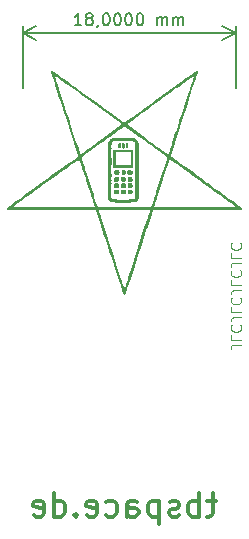
<source format=gbr>
%TF.GenerationSoftware,KiCad,Pcbnew,(6.0.9)*%
%TF.CreationDate,2022-12-23T14:19:27+01:00*%
%TF.ProjectId,Gigaset-Debug-Adapter,47696761-7365-4742-9d44-656275672d41,rev?*%
%TF.SameCoordinates,Original*%
%TF.FileFunction,Legend,Bot*%
%TF.FilePolarity,Positive*%
%FSLAX46Y46*%
G04 Gerber Fmt 4.6, Leading zero omitted, Abs format (unit mm)*
G04 Created by KiCad (PCBNEW (6.0.9)) date 2022-12-23 14:19:27*
%MOMM*%
%LPD*%
G01*
G04 APERTURE LIST*
%ADD10C,0.120000*%
%ADD11C,0.300000*%
%ADD12C,0.150000*%
G04 APERTURE END LIST*
D10*
X91082857Y-66357142D02*
X90440000Y-66357142D01*
X90311428Y-66400000D01*
X90225714Y-66485714D01*
X90182857Y-66614285D01*
X90182857Y-66700000D01*
X90182857Y-65500000D02*
X90182857Y-65928571D01*
X91082857Y-65928571D01*
X90268571Y-64685714D02*
X90225714Y-64728571D01*
X90182857Y-64857142D01*
X90182857Y-64942857D01*
X90225714Y-65071428D01*
X90311428Y-65157142D01*
X90397142Y-65200000D01*
X90568571Y-65242857D01*
X90697142Y-65242857D01*
X90868571Y-65200000D01*
X90954285Y-65157142D01*
X91040000Y-65071428D01*
X91082857Y-64942857D01*
X91082857Y-64857142D01*
X91040000Y-64728571D01*
X90997142Y-64685714D01*
X91082857Y-64042857D02*
X90440000Y-64042857D01*
X90311428Y-64085714D01*
X90225714Y-64171428D01*
X90182857Y-64300000D01*
X90182857Y-64385714D01*
X90182857Y-63185714D02*
X90182857Y-63614285D01*
X91082857Y-63614285D01*
X90268571Y-62371428D02*
X90225714Y-62414285D01*
X90182857Y-62542857D01*
X90182857Y-62628571D01*
X90225714Y-62757142D01*
X90311428Y-62842857D01*
X90397142Y-62885714D01*
X90568571Y-62928571D01*
X90697142Y-62928571D01*
X90868571Y-62885714D01*
X90954285Y-62842857D01*
X91040000Y-62757142D01*
X91082857Y-62628571D01*
X91082857Y-62542857D01*
X91040000Y-62414285D01*
X90997142Y-62371428D01*
X91082857Y-61728571D02*
X90440000Y-61728571D01*
X90311428Y-61771428D01*
X90225714Y-61857142D01*
X90182857Y-61985714D01*
X90182857Y-62071428D01*
X90182857Y-60871428D02*
X90182857Y-61300000D01*
X91082857Y-61300000D01*
X90268571Y-60057142D02*
X90225714Y-60100000D01*
X90182857Y-60228571D01*
X90182857Y-60314285D01*
X90225714Y-60442857D01*
X90311428Y-60528571D01*
X90397142Y-60571428D01*
X90568571Y-60614285D01*
X90697142Y-60614285D01*
X90868571Y-60571428D01*
X90954285Y-60528571D01*
X91040000Y-60442857D01*
X91082857Y-60314285D01*
X91082857Y-60228571D01*
X91040000Y-60100000D01*
X90997142Y-60057142D01*
X91082857Y-59414285D02*
X90440000Y-59414285D01*
X90311428Y-59457142D01*
X90225714Y-59542857D01*
X90182857Y-59671428D01*
X90182857Y-59757142D01*
X90182857Y-58557142D02*
X90182857Y-58985714D01*
X91082857Y-58985714D01*
X90268571Y-57742857D02*
X90225714Y-57785714D01*
X90182857Y-57914285D01*
X90182857Y-58000000D01*
X90225714Y-58128571D01*
X90311428Y-58214285D01*
X90397142Y-58257142D01*
X90568571Y-58300000D01*
X90697142Y-58300000D01*
X90868571Y-58257142D01*
X90954285Y-58214285D01*
X91040000Y-58128571D01*
X91082857Y-58000000D01*
X91082857Y-57914285D01*
X91040000Y-57785714D01*
X90997142Y-57742857D01*
D11*
X88957142Y-79571428D02*
X88195238Y-79571428D01*
X88671428Y-78904761D02*
X88671428Y-80619047D01*
X88576190Y-80809523D01*
X88385714Y-80904761D01*
X88195238Y-80904761D01*
X87528571Y-80904761D02*
X87528571Y-78904761D01*
X87528571Y-79666666D02*
X87338095Y-79571428D01*
X86957142Y-79571428D01*
X86766666Y-79666666D01*
X86671428Y-79761904D01*
X86576190Y-79952380D01*
X86576190Y-80523809D01*
X86671428Y-80714285D01*
X86766666Y-80809523D01*
X86957142Y-80904761D01*
X87338095Y-80904761D01*
X87528571Y-80809523D01*
X85814285Y-80809523D02*
X85623809Y-80904761D01*
X85242857Y-80904761D01*
X85052380Y-80809523D01*
X84957142Y-80619047D01*
X84957142Y-80523809D01*
X85052380Y-80333333D01*
X85242857Y-80238095D01*
X85528571Y-80238095D01*
X85719047Y-80142857D01*
X85814285Y-79952380D01*
X85814285Y-79857142D01*
X85719047Y-79666666D01*
X85528571Y-79571428D01*
X85242857Y-79571428D01*
X85052380Y-79666666D01*
X84100000Y-79571428D02*
X84100000Y-81571428D01*
X84100000Y-79666666D02*
X83909523Y-79571428D01*
X83528571Y-79571428D01*
X83338095Y-79666666D01*
X83242857Y-79761904D01*
X83147619Y-79952380D01*
X83147619Y-80523809D01*
X83242857Y-80714285D01*
X83338095Y-80809523D01*
X83528571Y-80904761D01*
X83909523Y-80904761D01*
X84100000Y-80809523D01*
X81433333Y-80904761D02*
X81433333Y-79857142D01*
X81528571Y-79666666D01*
X81719047Y-79571428D01*
X82100000Y-79571428D01*
X82290476Y-79666666D01*
X81433333Y-80809523D02*
X81623809Y-80904761D01*
X82100000Y-80904761D01*
X82290476Y-80809523D01*
X82385714Y-80619047D01*
X82385714Y-80428571D01*
X82290476Y-80238095D01*
X82100000Y-80142857D01*
X81623809Y-80142857D01*
X81433333Y-80047619D01*
X79623809Y-80809523D02*
X79814285Y-80904761D01*
X80195238Y-80904761D01*
X80385714Y-80809523D01*
X80480952Y-80714285D01*
X80576190Y-80523809D01*
X80576190Y-79952380D01*
X80480952Y-79761904D01*
X80385714Y-79666666D01*
X80195238Y-79571428D01*
X79814285Y-79571428D01*
X79623809Y-79666666D01*
X78004761Y-80809523D02*
X78195238Y-80904761D01*
X78576190Y-80904761D01*
X78766666Y-80809523D01*
X78861904Y-80619047D01*
X78861904Y-79857142D01*
X78766666Y-79666666D01*
X78576190Y-79571428D01*
X78195238Y-79571428D01*
X78004761Y-79666666D01*
X77909523Y-79857142D01*
X77909523Y-80047619D01*
X78861904Y-80238095D01*
X77052380Y-80714285D02*
X76957142Y-80809523D01*
X77052380Y-80904761D01*
X77147619Y-80809523D01*
X77052380Y-80714285D01*
X77052380Y-80904761D01*
X75242857Y-80904761D02*
X75242857Y-78904761D01*
X75242857Y-80809523D02*
X75433333Y-80904761D01*
X75814285Y-80904761D01*
X76004761Y-80809523D01*
X76100000Y-80714285D01*
X76195238Y-80523809D01*
X76195238Y-79952380D01*
X76100000Y-79761904D01*
X76004761Y-79666666D01*
X75814285Y-79571428D01*
X75433333Y-79571428D01*
X75242857Y-79666666D01*
X73528571Y-80809523D02*
X73719047Y-80904761D01*
X74100000Y-80904761D01*
X74290476Y-80809523D01*
X74385714Y-80619047D01*
X74385714Y-79857142D01*
X74290476Y-79666666D01*
X74100000Y-79571428D01*
X73719047Y-79571428D01*
X73528571Y-79666666D01*
X73433333Y-79857142D01*
X73433333Y-80047619D01*
X74385714Y-80238095D01*
D12*
X77552380Y-39302381D02*
X76980952Y-39302381D01*
X77266666Y-39302381D02*
X77266666Y-38302381D01*
X77171428Y-38445239D01*
X77076190Y-38540477D01*
X76980952Y-38588096D01*
X78123809Y-38730953D02*
X78028571Y-38683334D01*
X77980952Y-38635715D01*
X77933333Y-38540477D01*
X77933333Y-38492858D01*
X77980952Y-38397620D01*
X78028571Y-38350001D01*
X78123809Y-38302381D01*
X78314285Y-38302381D01*
X78409523Y-38350001D01*
X78457142Y-38397620D01*
X78504761Y-38492858D01*
X78504761Y-38540477D01*
X78457142Y-38635715D01*
X78409523Y-38683334D01*
X78314285Y-38730953D01*
X78123809Y-38730953D01*
X78028571Y-38778572D01*
X77980952Y-38826191D01*
X77933333Y-38921429D01*
X77933333Y-39111905D01*
X77980952Y-39207143D01*
X78028571Y-39254762D01*
X78123809Y-39302381D01*
X78314285Y-39302381D01*
X78409523Y-39254762D01*
X78457142Y-39207143D01*
X78504761Y-39111905D01*
X78504761Y-38921429D01*
X78457142Y-38826191D01*
X78409523Y-38778572D01*
X78314285Y-38730953D01*
X78980952Y-39254762D02*
X78980952Y-39302381D01*
X78933333Y-39397620D01*
X78885714Y-39445239D01*
X79600000Y-38302381D02*
X79695238Y-38302381D01*
X79790476Y-38350001D01*
X79838095Y-38397620D01*
X79885714Y-38492858D01*
X79933333Y-38683334D01*
X79933333Y-38921429D01*
X79885714Y-39111905D01*
X79838095Y-39207143D01*
X79790476Y-39254762D01*
X79695238Y-39302381D01*
X79600000Y-39302381D01*
X79504761Y-39254762D01*
X79457142Y-39207143D01*
X79409523Y-39111905D01*
X79361904Y-38921429D01*
X79361904Y-38683334D01*
X79409523Y-38492858D01*
X79457142Y-38397620D01*
X79504761Y-38350001D01*
X79600000Y-38302381D01*
X80552380Y-38302381D02*
X80647619Y-38302381D01*
X80742857Y-38350001D01*
X80790476Y-38397620D01*
X80838095Y-38492858D01*
X80885714Y-38683334D01*
X80885714Y-38921429D01*
X80838095Y-39111905D01*
X80790476Y-39207143D01*
X80742857Y-39254762D01*
X80647619Y-39302381D01*
X80552380Y-39302381D01*
X80457142Y-39254762D01*
X80409523Y-39207143D01*
X80361904Y-39111905D01*
X80314285Y-38921429D01*
X80314285Y-38683334D01*
X80361904Y-38492858D01*
X80409523Y-38397620D01*
X80457142Y-38350001D01*
X80552380Y-38302381D01*
X81504761Y-38302381D02*
X81600000Y-38302381D01*
X81695238Y-38350001D01*
X81742857Y-38397620D01*
X81790476Y-38492858D01*
X81838095Y-38683334D01*
X81838095Y-38921429D01*
X81790476Y-39111905D01*
X81742857Y-39207143D01*
X81695238Y-39254762D01*
X81600000Y-39302381D01*
X81504761Y-39302381D01*
X81409523Y-39254762D01*
X81361904Y-39207143D01*
X81314285Y-39111905D01*
X81266666Y-38921429D01*
X81266666Y-38683334D01*
X81314285Y-38492858D01*
X81361904Y-38397620D01*
X81409523Y-38350001D01*
X81504761Y-38302381D01*
X82457142Y-38302381D02*
X82552380Y-38302381D01*
X82647619Y-38350001D01*
X82695238Y-38397620D01*
X82742857Y-38492858D01*
X82790476Y-38683334D01*
X82790476Y-38921429D01*
X82742857Y-39111905D01*
X82695238Y-39207143D01*
X82647619Y-39254762D01*
X82552380Y-39302381D01*
X82457142Y-39302381D01*
X82361904Y-39254762D01*
X82314285Y-39207143D01*
X82266666Y-39111905D01*
X82219047Y-38921429D01*
X82219047Y-38683334D01*
X82266666Y-38492858D01*
X82314285Y-38397620D01*
X82361904Y-38350001D01*
X82457142Y-38302381D01*
X83980952Y-39302381D02*
X83980952Y-38635715D01*
X83980952Y-38730953D02*
X84028571Y-38683334D01*
X84123809Y-38635715D01*
X84266666Y-38635715D01*
X84361904Y-38683334D01*
X84409523Y-38778572D01*
X84409523Y-39302381D01*
X84409523Y-38778572D02*
X84457142Y-38683334D01*
X84552380Y-38635715D01*
X84695238Y-38635715D01*
X84790476Y-38683334D01*
X84838095Y-38778572D01*
X84838095Y-39302381D01*
X85314285Y-39302381D02*
X85314285Y-38635715D01*
X85314285Y-38730953D02*
X85361904Y-38683334D01*
X85457142Y-38635715D01*
X85600000Y-38635715D01*
X85695238Y-38683334D01*
X85742857Y-38778572D01*
X85742857Y-39302381D01*
X85742857Y-38778572D02*
X85790476Y-38683334D01*
X85885714Y-38635715D01*
X86028571Y-38635715D01*
X86123809Y-38683334D01*
X86171428Y-38778572D01*
X86171428Y-39302381D01*
X90600000Y-44600000D02*
X90600000Y-39413581D01*
X72600000Y-44600000D02*
X72600000Y-39413581D01*
X90600000Y-40000001D02*
X72600000Y-40000001D01*
X90600000Y-40000001D02*
X72600000Y-40000001D01*
X90600000Y-40000001D02*
X89473496Y-39413580D01*
X90600000Y-40000001D02*
X89473496Y-40586422D01*
X72600000Y-40000001D02*
X73726504Y-40586422D01*
X72600000Y-40000001D02*
X73726504Y-39413580D01*
%TO.C,G\u002A\u002A\u002A*%
G36*
X81666667Y-53244022D02*
G01*
X81720843Y-53244956D01*
X81788025Y-53246747D01*
X81837918Y-53248845D01*
X81862500Y-53250966D01*
X81864993Y-53252324D01*
X81874394Y-53276139D01*
X81880656Y-53322345D01*
X81883746Y-53382095D01*
X81883632Y-53446543D01*
X81880280Y-53506841D01*
X81873657Y-53554143D01*
X81863730Y-53579603D01*
X81848217Y-53589911D01*
X81822064Y-53580896D01*
X81806713Y-53571176D01*
X81800000Y-53581292D01*
X81799200Y-53585201D01*
X81780314Y-53596772D01*
X81747080Y-53599429D01*
X81713890Y-53593463D01*
X81695139Y-53579167D01*
X81685196Y-53566691D01*
X81665417Y-53579167D01*
X81639220Y-53592897D01*
X81596667Y-53600000D01*
X81564097Y-53594209D01*
X81548685Y-53579167D01*
X81546521Y-53567032D01*
X81539012Y-53579018D01*
X81527792Y-53590115D01*
X81506362Y-53575409D01*
X81497197Y-53561783D01*
X81489035Y-53529535D01*
X81485815Y-53476456D01*
X81486868Y-53396391D01*
X81491667Y-53241667D01*
X81666667Y-53244022D01*
G37*
G36*
X80564016Y-52700748D02*
G01*
X80623508Y-52703866D01*
X80671889Y-52709373D01*
X80701096Y-52717253D01*
X80710771Y-52723550D01*
X80722568Y-52739599D01*
X80729405Y-52768226D01*
X80732565Y-52816343D01*
X80733334Y-52890864D01*
X80733192Y-52917845D01*
X80730338Y-52992670D01*
X80723555Y-53037823D01*
X80712500Y-53056016D01*
X80699018Y-53058526D01*
X80656461Y-53061524D01*
X80594194Y-53063371D01*
X80520350Y-53063738D01*
X80436425Y-53062332D01*
X80378635Y-53056284D01*
X80343269Y-53041023D01*
X80324821Y-53011965D01*
X80317788Y-52964527D01*
X80316667Y-52894125D01*
X80318692Y-52818245D01*
X80325889Y-52767875D01*
X80339583Y-52741169D01*
X80361101Y-52733333D01*
X80371567Y-52731213D01*
X80375000Y-52716667D01*
X80376201Y-52712448D01*
X80399506Y-52705868D01*
X80443952Y-52701735D01*
X80501476Y-52700033D01*
X80564016Y-52700748D01*
G37*
G36*
X85264917Y-50507177D02*
G01*
X85338894Y-50560782D01*
X85435923Y-50631090D01*
X85554734Y-50717181D01*
X85694055Y-50818133D01*
X85852615Y-50933025D01*
X86029143Y-51060936D01*
X86222367Y-51200945D01*
X86431016Y-51352131D01*
X86653818Y-51513572D01*
X86889503Y-51684347D01*
X87136799Y-51863535D01*
X87394435Y-52050215D01*
X87661139Y-52243466D01*
X87935640Y-52442367D01*
X88216667Y-52645995D01*
X88269059Y-52683958D01*
X88596899Y-52921517D01*
X88898962Y-53140430D01*
X89176304Y-53341482D01*
X89429983Y-53525459D01*
X89661055Y-53693147D01*
X89870579Y-53845333D01*
X90059612Y-53982801D01*
X90229210Y-54106339D01*
X90380431Y-54216732D01*
X90514332Y-54314766D01*
X90631971Y-54401227D01*
X90734404Y-54476902D01*
X90822689Y-54542575D01*
X90897883Y-54599033D01*
X90961044Y-54647062D01*
X91013227Y-54687448D01*
X91053005Y-54719004D01*
X91055492Y-54720977D01*
X91088895Y-54748435D01*
X91114492Y-54770608D01*
X91133342Y-54788281D01*
X91146502Y-54802242D01*
X91155029Y-54813275D01*
X91159980Y-54822167D01*
X91162412Y-54829704D01*
X91163383Y-54836671D01*
X91161687Y-54880336D01*
X91141359Y-54922927D01*
X91138265Y-54925103D01*
X91130401Y-54927959D01*
X91117273Y-54930590D01*
X91097606Y-54933004D01*
X91070123Y-54935212D01*
X91033549Y-54937222D01*
X90986607Y-54939043D01*
X90928022Y-54940684D01*
X90856519Y-54942155D01*
X90770820Y-54943465D01*
X90669650Y-54944623D01*
X90551734Y-54945638D01*
X90415795Y-54946519D01*
X90260557Y-54947276D01*
X90084745Y-54947917D01*
X89887083Y-54948452D01*
X89666294Y-54948889D01*
X89421103Y-54949239D01*
X89150235Y-54949509D01*
X88852412Y-54949710D01*
X88526360Y-54949851D01*
X88170802Y-54949940D01*
X87784463Y-54949986D01*
X87366066Y-54950000D01*
X83617845Y-54950000D01*
X83613794Y-54962500D01*
X83519261Y-55254167D01*
X83488504Y-55349034D01*
X83409760Y-55591699D01*
X83326394Y-55848322D01*
X83238940Y-56117273D01*
X83147932Y-56396922D01*
X83053904Y-56685638D01*
X82957389Y-56981791D01*
X82858922Y-57283749D01*
X82759036Y-57589884D01*
X82658265Y-57898564D01*
X82557143Y-58208159D01*
X82456203Y-58517039D01*
X82355981Y-58823572D01*
X82257008Y-59126130D01*
X82159820Y-59423080D01*
X82064951Y-59712794D01*
X81972933Y-59993639D01*
X81884301Y-60263987D01*
X81799588Y-60522206D01*
X81719330Y-60766666D01*
X81644058Y-60995737D01*
X81574308Y-61207788D01*
X81510613Y-61401189D01*
X81453507Y-61574310D01*
X81403523Y-61725519D01*
X81361196Y-61853186D01*
X81327059Y-61955682D01*
X81301647Y-62031375D01*
X81285493Y-62078636D01*
X81279131Y-62095833D01*
X81276220Y-62098733D01*
X81245301Y-62111487D01*
X81200000Y-62116667D01*
X81191129Y-62116464D01*
X81147319Y-62109543D01*
X81120870Y-62095833D01*
X81119485Y-62092536D01*
X81109053Y-62062844D01*
X81089047Y-62003755D01*
X81060001Y-61916901D01*
X81022450Y-61803911D01*
X80976926Y-61666416D01*
X80923964Y-61506046D01*
X80864098Y-61324433D01*
X80797862Y-61123205D01*
X80725788Y-60903995D01*
X80648412Y-60668432D01*
X80566267Y-60418146D01*
X80479887Y-60154768D01*
X80389805Y-59879929D01*
X80296556Y-59595259D01*
X80200673Y-59302388D01*
X80102691Y-59002946D01*
X80003143Y-58698565D01*
X79902562Y-58390875D01*
X79801484Y-58081506D01*
X79700441Y-57772088D01*
X79599967Y-57464252D01*
X79500597Y-57159629D01*
X79402864Y-56859848D01*
X79307302Y-56566540D01*
X79214444Y-56281337D01*
X79124826Y-56005867D01*
X79038980Y-55741762D01*
X78957440Y-55490651D01*
X78880740Y-55254167D01*
X78786207Y-54962500D01*
X79016316Y-54962500D01*
X79020021Y-54974994D01*
X79033545Y-55017767D01*
X79056522Y-55089503D01*
X79088477Y-55188734D01*
X79128931Y-55313990D01*
X79177409Y-55463803D01*
X79233434Y-55636704D01*
X79296528Y-55831223D01*
X79366214Y-56045892D01*
X79442016Y-56279242D01*
X79523458Y-56529804D01*
X79610061Y-56796109D01*
X79701349Y-57076688D01*
X79796846Y-57370071D01*
X79896073Y-57674791D01*
X79998556Y-57989378D01*
X80103816Y-58312363D01*
X80194559Y-58590660D01*
X80297537Y-58906261D01*
X80397404Y-59212098D01*
X80493681Y-59506709D01*
X80585887Y-59788630D01*
X80673541Y-60056401D01*
X80756164Y-60308559D01*
X80833276Y-60543641D01*
X80904395Y-60760185D01*
X80969042Y-60956730D01*
X81026736Y-61131813D01*
X81076997Y-61283972D01*
X81119345Y-61411744D01*
X81153300Y-61513668D01*
X81178381Y-61588281D01*
X81194108Y-61634121D01*
X81200000Y-61649726D01*
X81201719Y-61645560D01*
X81212568Y-61614372D01*
X81232847Y-61554186D01*
X81261973Y-61466783D01*
X81299365Y-61353945D01*
X81344442Y-61217455D01*
X81396620Y-61059094D01*
X81455319Y-60880644D01*
X81519956Y-60683887D01*
X81589949Y-60470605D01*
X81664717Y-60242580D01*
X81743678Y-60001594D01*
X81826250Y-59749428D01*
X81911850Y-59487865D01*
X81999898Y-59218686D01*
X82089811Y-58943673D01*
X82181007Y-58664609D01*
X82272905Y-58383275D01*
X82364923Y-58101453D01*
X82456478Y-57820925D01*
X82546989Y-57543473D01*
X82635874Y-57270879D01*
X82722551Y-57004925D01*
X82806439Y-56747392D01*
X82886955Y-56500063D01*
X82963517Y-56264719D01*
X83035544Y-56043142D01*
X83102454Y-55837115D01*
X83163664Y-55648419D01*
X83218594Y-55478836D01*
X83266661Y-55330148D01*
X83307283Y-55204137D01*
X83339878Y-55102585D01*
X83363865Y-55027273D01*
X83378661Y-54979984D01*
X83383685Y-54962500D01*
X83382198Y-54962039D01*
X83356248Y-54960526D01*
X83299497Y-54959070D01*
X83213893Y-54957682D01*
X83101388Y-54956373D01*
X82963931Y-54955154D01*
X82803472Y-54954037D01*
X82621961Y-54953033D01*
X82421348Y-54952153D01*
X82203583Y-54951408D01*
X81970615Y-54950808D01*
X81724396Y-54950367D01*
X81466874Y-54950093D01*
X81200000Y-54950000D01*
X81119539Y-54950008D01*
X80855250Y-54950157D01*
X80600896Y-54950481D01*
X80358425Y-54950971D01*
X80129788Y-54951615D01*
X79916934Y-54952402D01*
X79721815Y-54953320D01*
X79546379Y-54954359D01*
X79392576Y-54955508D01*
X79262357Y-54956754D01*
X79157672Y-54958088D01*
X79080470Y-54959498D01*
X79032701Y-54960972D01*
X79016316Y-54962500D01*
X78786207Y-54962500D01*
X78782156Y-54950000D01*
X75033935Y-54950000D01*
X74732626Y-54949993D01*
X74337190Y-54949957D01*
X73972903Y-54949881D01*
X73638489Y-54949757D01*
X73332671Y-54949574D01*
X73054175Y-54949324D01*
X72801724Y-54948998D01*
X72574043Y-54948587D01*
X72369855Y-54948081D01*
X72187884Y-54947472D01*
X72026855Y-54946749D01*
X71885492Y-54945905D01*
X71762519Y-54944930D01*
X71656660Y-54943814D01*
X71566638Y-54942549D01*
X71491180Y-54941125D01*
X71429007Y-54939533D01*
X71378845Y-54937765D01*
X71339417Y-54935810D01*
X71309449Y-54933660D01*
X71287662Y-54931306D01*
X71272783Y-54928739D01*
X71263535Y-54925949D01*
X71258642Y-54922927D01*
X71241854Y-54894237D01*
X71236618Y-54836192D01*
X71237520Y-54829305D01*
X71239798Y-54821767D01*
X71244507Y-54812952D01*
X71252715Y-54802066D01*
X71265489Y-54788314D01*
X71283898Y-54770902D01*
X71309010Y-54749035D01*
X71341893Y-54721919D01*
X71345933Y-54718708D01*
X71692500Y-54718708D01*
X71694782Y-54719354D01*
X71723321Y-54720840D01*
X71783316Y-54722270D01*
X71873450Y-54723639D01*
X71992405Y-54724941D01*
X72138864Y-54726170D01*
X72311509Y-54727321D01*
X72509022Y-54728389D01*
X72730087Y-54729368D01*
X72973385Y-54730252D01*
X73237599Y-54731037D01*
X73521412Y-54731715D01*
X73823505Y-54732283D01*
X74142561Y-54732734D01*
X74477263Y-54733063D01*
X74826293Y-54733265D01*
X75188334Y-54733333D01*
X75482653Y-54733289D01*
X75814612Y-54733133D01*
X76136301Y-54732868D01*
X76446181Y-54732499D01*
X76742716Y-54732034D01*
X77024368Y-54731476D01*
X77289600Y-54730832D01*
X77536873Y-54730107D01*
X77764651Y-54729306D01*
X77971396Y-54728435D01*
X78155570Y-54727499D01*
X78315636Y-54726504D01*
X78450056Y-54725456D01*
X78557293Y-54724359D01*
X78635809Y-54723219D01*
X78684067Y-54722042D01*
X78700529Y-54720833D01*
X78698372Y-54712604D01*
X78686966Y-54675321D01*
X78666416Y-54610177D01*
X78637472Y-54519463D01*
X78600879Y-54405470D01*
X78557384Y-54270490D01*
X78507735Y-54116813D01*
X78452678Y-53946730D01*
X78392961Y-53762534D01*
X78329329Y-53566514D01*
X78262531Y-53360963D01*
X78193314Y-53148171D01*
X78122424Y-52930429D01*
X78050607Y-52710029D01*
X77978612Y-52489261D01*
X77907186Y-52270418D01*
X77837074Y-52055789D01*
X77769024Y-51847667D01*
X77703784Y-51648342D01*
X77642099Y-51460106D01*
X77584718Y-51285249D01*
X77532387Y-51126063D01*
X77485852Y-50984840D01*
X77445862Y-50863869D01*
X77413162Y-50765443D01*
X77388500Y-50691852D01*
X77372624Y-50645388D01*
X77366279Y-50628341D01*
X77365576Y-50628570D01*
X77346303Y-50641143D01*
X77301862Y-50671938D01*
X77233777Y-50719857D01*
X77143573Y-50783800D01*
X77032774Y-50862669D01*
X76902904Y-50955365D01*
X76755488Y-51060789D01*
X76592049Y-51177842D01*
X76414112Y-51305426D01*
X76223201Y-51442440D01*
X76020841Y-51587787D01*
X75808556Y-51740367D01*
X75587870Y-51899082D01*
X75360307Y-52062833D01*
X75127392Y-52230520D01*
X74890649Y-52401046D01*
X74651603Y-52573310D01*
X74411776Y-52746215D01*
X74172695Y-52918660D01*
X73935883Y-53089549D01*
X73702864Y-53257780D01*
X73475162Y-53422257D01*
X73254303Y-53581878D01*
X73041810Y-53735547D01*
X72839207Y-53882164D01*
X72648019Y-54020629D01*
X72469771Y-54149845D01*
X72305985Y-54268712D01*
X72158187Y-54376131D01*
X72027902Y-54471004D01*
X71916652Y-54552231D01*
X71825963Y-54618714D01*
X71757358Y-54669354D01*
X71712363Y-54703051D01*
X71692500Y-54718708D01*
X71345933Y-54718708D01*
X71383616Y-54688759D01*
X71435247Y-54648761D01*
X71497854Y-54601130D01*
X71572504Y-54545073D01*
X71660267Y-54479794D01*
X71762211Y-54404498D01*
X71879403Y-54318393D01*
X72012912Y-54220682D01*
X72163806Y-54110572D01*
X72333153Y-53987269D01*
X72522021Y-53849977D01*
X72731479Y-53697903D01*
X72962595Y-53530251D01*
X73216437Y-53346228D01*
X73494073Y-53145038D01*
X73796572Y-52925888D01*
X74125000Y-52687983D01*
X74373133Y-52508247D01*
X74646975Y-52309884D01*
X74913614Y-52116737D01*
X75171729Y-51929760D01*
X75420002Y-51749910D01*
X75657112Y-51578142D01*
X75881740Y-51415414D01*
X76092567Y-51262680D01*
X76288274Y-51120896D01*
X76467540Y-50991019D01*
X76629047Y-50874004D01*
X76771475Y-50770807D01*
X76893505Y-50682384D01*
X76993816Y-50609692D01*
X77071091Y-50553685D01*
X77124008Y-50515320D01*
X77151249Y-50495552D01*
X77183207Y-50472322D01*
X77555456Y-50472322D01*
X77559425Y-50487461D01*
X77573080Y-50532341D01*
X77595798Y-50604927D01*
X77626925Y-50703196D01*
X77665805Y-50825120D01*
X77711780Y-50968675D01*
X77764196Y-51131834D01*
X77822396Y-51312571D01*
X77885725Y-51508861D01*
X77953526Y-51718677D01*
X78025143Y-51939995D01*
X78099921Y-52170788D01*
X78177203Y-52409030D01*
X78256333Y-52652695D01*
X78336656Y-52899759D01*
X78417515Y-53148194D01*
X78498255Y-53395975D01*
X78578219Y-53641076D01*
X78656752Y-53881472D01*
X78733197Y-54115136D01*
X78806899Y-54340043D01*
X78877201Y-54554167D01*
X78931981Y-54720833D01*
X78936090Y-54733333D01*
X83463911Y-54733333D01*
X83469158Y-54717370D01*
X83700000Y-54717370D01*
X83700721Y-54717783D01*
X83724149Y-54719701D01*
X83780204Y-54721504D01*
X83868301Y-54723190D01*
X83987853Y-54724756D01*
X84138276Y-54726200D01*
X84318984Y-54727520D01*
X84529393Y-54728711D01*
X84768918Y-54729773D01*
X85036973Y-54730702D01*
X85332972Y-54731495D01*
X85656332Y-54732149D01*
X86006467Y-54732663D01*
X86382791Y-54733034D01*
X86784719Y-54733258D01*
X87211667Y-54733333D01*
X87462440Y-54733298D01*
X87802159Y-54733137D01*
X88130435Y-54732851D01*
X88445807Y-54732445D01*
X88746818Y-54731925D01*
X89032007Y-54731297D01*
X89299915Y-54730568D01*
X89549083Y-54729744D01*
X89778051Y-54728829D01*
X89985361Y-54727831D01*
X90169552Y-54726755D01*
X90329167Y-54725608D01*
X90462744Y-54724395D01*
X90568826Y-54723122D01*
X90645952Y-54721795D01*
X90692663Y-54720420D01*
X90707500Y-54719004D01*
X90706101Y-54717847D01*
X90683661Y-54700967D01*
X90636211Y-54666045D01*
X90565282Y-54614189D01*
X90472402Y-54546503D01*
X90359102Y-54464094D01*
X90226911Y-54368067D01*
X90077358Y-54259528D01*
X89911974Y-54139583D01*
X89732287Y-54009338D01*
X89539827Y-53869897D01*
X89336124Y-53722368D01*
X89122707Y-53567855D01*
X88901106Y-53407465D01*
X88672850Y-53242303D01*
X88439469Y-53073475D01*
X88202492Y-52902086D01*
X87963449Y-52729243D01*
X87723870Y-52556051D01*
X87485283Y-52383616D01*
X87249220Y-52213043D01*
X87017208Y-52045439D01*
X86790778Y-51881908D01*
X86571459Y-51723558D01*
X86360781Y-51571492D01*
X86160273Y-51426818D01*
X85971464Y-51290641D01*
X85795886Y-51164067D01*
X85635066Y-51048201D01*
X85490534Y-50944149D01*
X85363820Y-50853018D01*
X85256454Y-50775911D01*
X85169965Y-50713936D01*
X85105883Y-50668199D01*
X85065736Y-50639804D01*
X85051056Y-50629857D01*
X85045242Y-50639397D01*
X85029042Y-50679424D01*
X85003100Y-50750098D01*
X84967625Y-50850800D01*
X84922826Y-50980911D01*
X84868910Y-51139813D01*
X84806087Y-51326887D01*
X84734564Y-51541516D01*
X84654551Y-51783080D01*
X84566255Y-52050962D01*
X84469885Y-52344543D01*
X84365650Y-52663204D01*
X84351650Y-52706075D01*
X84269945Y-52956417D01*
X84191258Y-53197749D01*
X84116201Y-53428180D01*
X84045387Y-53645823D01*
X83979429Y-53848786D01*
X83918937Y-54035182D01*
X83864525Y-54203122D01*
X83816804Y-54350715D01*
X83776388Y-54476073D01*
X83743886Y-54577307D01*
X83719913Y-54652527D01*
X83705081Y-54699845D01*
X83700000Y-54717370D01*
X83469158Y-54717370D01*
X83522800Y-54554167D01*
X83531434Y-54527825D01*
X83551429Y-54466682D01*
X83580524Y-54377627D01*
X83618014Y-54262813D01*
X83663198Y-54124396D01*
X83715373Y-53964529D01*
X83773835Y-53785366D01*
X83837881Y-53589062D01*
X83906809Y-53377772D01*
X83979916Y-53153648D01*
X84056498Y-52918847D01*
X84135853Y-52675521D01*
X84217278Y-52425825D01*
X84298371Y-52177007D01*
X84386020Y-51907679D01*
X84464116Y-51667166D01*
X84533138Y-51453923D01*
X84593570Y-51266404D01*
X84645890Y-51103061D01*
X84690580Y-50962349D01*
X84728121Y-50842721D01*
X84758993Y-50742630D01*
X84783678Y-50660531D01*
X84802656Y-50594877D01*
X84816408Y-50544122D01*
X84825414Y-50506719D01*
X84830156Y-50481121D01*
X84831115Y-50465783D01*
X84828771Y-50459158D01*
X84676524Y-50348679D01*
X84496773Y-50218308D01*
X84307521Y-50081107D01*
X84110507Y-49938333D01*
X83907467Y-49791243D01*
X83700140Y-49641093D01*
X83490263Y-49489140D01*
X83279574Y-49336640D01*
X83069812Y-49184849D01*
X82862713Y-49035025D01*
X82660015Y-48888424D01*
X82463458Y-48746302D01*
X82274777Y-48609915D01*
X82095711Y-48480521D01*
X81927998Y-48359375D01*
X81773376Y-48247735D01*
X81633582Y-48146856D01*
X81510354Y-48057996D01*
X81405430Y-47982411D01*
X81320548Y-47921357D01*
X81257446Y-47876090D01*
X81217861Y-47847868D01*
X81203531Y-47837947D01*
X81202258Y-47838596D01*
X81181046Y-47852973D01*
X81135269Y-47885160D01*
X81066828Y-47933783D01*
X80977626Y-47997468D01*
X80869567Y-48074841D01*
X80744553Y-48164529D01*
X80604485Y-48265157D01*
X80451268Y-48375351D01*
X80286804Y-48493738D01*
X80112994Y-48618944D01*
X79931743Y-48749594D01*
X79744952Y-48884314D01*
X79554524Y-49021731D01*
X79362361Y-49160472D01*
X79170367Y-49299161D01*
X78980444Y-49436424D01*
X78794495Y-49570889D01*
X78614422Y-49701181D01*
X78442127Y-49825926D01*
X78279514Y-49943750D01*
X78128485Y-50053280D01*
X77990943Y-50153141D01*
X77868790Y-50241959D01*
X77763929Y-50318360D01*
X77678262Y-50380971D01*
X77613693Y-50428418D01*
X77572123Y-50459326D01*
X77555456Y-50472322D01*
X77183207Y-50472322D01*
X77294165Y-50391667D01*
X76138749Y-46850279D01*
X76101007Y-46734569D01*
X75993224Y-46403821D01*
X75888370Y-46081610D01*
X75786911Y-45769384D01*
X75689312Y-45468588D01*
X75596038Y-45180668D01*
X75507553Y-44907071D01*
X75424323Y-44649244D01*
X75346813Y-44408633D01*
X75275487Y-44186683D01*
X75210811Y-43984842D01*
X75153250Y-43804556D01*
X75103269Y-43647271D01*
X75075782Y-43560206D01*
X75303030Y-43560206D01*
X75304439Y-43572943D01*
X75315252Y-43613883D01*
X75334454Y-43679600D01*
X75360995Y-43766644D01*
X75393820Y-43871565D01*
X75431879Y-43990912D01*
X75474119Y-44121235D01*
X75474795Y-44123305D01*
X75500627Y-44202419D01*
X75536097Y-44311085D01*
X75580531Y-44447233D01*
X75633252Y-44608790D01*
X75693586Y-44793688D01*
X75760856Y-44999855D01*
X75834387Y-45225221D01*
X75913503Y-45467715D01*
X75997530Y-45725267D01*
X76085791Y-45995806D01*
X76177610Y-46277261D01*
X76272313Y-46567561D01*
X76369224Y-46864638D01*
X76467667Y-47166418D01*
X76566966Y-47470833D01*
X76604356Y-47585434D01*
X76699398Y-47876525D01*
X76791514Y-48158348D01*
X76880177Y-48429302D01*
X76964858Y-48687784D01*
X77045029Y-48932193D01*
X77120163Y-49160926D01*
X77189732Y-49372381D01*
X77253208Y-49564956D01*
X77310063Y-49737048D01*
X77359769Y-49887057D01*
X77401798Y-50013380D01*
X77435622Y-50114413D01*
X77460714Y-50188557D01*
X77476546Y-50234208D01*
X77482590Y-50249764D01*
X77483872Y-50249047D01*
X77505237Y-50234337D01*
X77551565Y-50201514D01*
X77621263Y-50151724D01*
X77712740Y-50086115D01*
X77824404Y-50005834D01*
X77954665Y-49912028D01*
X78101930Y-49805846D01*
X78264608Y-49688433D01*
X78441107Y-49560938D01*
X78629837Y-49424508D01*
X78829204Y-49280291D01*
X79037619Y-49129432D01*
X79253490Y-48973081D01*
X81015312Y-47696635D01*
X81014814Y-47696274D01*
X81383476Y-47696274D01*
X81383974Y-47696635D01*
X83136756Y-48966613D01*
X83186934Y-49002967D01*
X83400915Y-49157938D01*
X83607188Y-49307237D01*
X83804148Y-49449706D01*
X83990188Y-49584186D01*
X84163702Y-49709519D01*
X84323084Y-49824546D01*
X84466728Y-49928110D01*
X84593027Y-50019052D01*
X84700374Y-50096213D01*
X84787164Y-50158437D01*
X84851791Y-50204563D01*
X84892647Y-50233435D01*
X84908127Y-50243893D01*
X84909728Y-50241954D01*
X84920865Y-50215365D01*
X84941766Y-50158425D01*
X84972096Y-50072134D01*
X85011525Y-49957490D01*
X85059717Y-49815490D01*
X85116341Y-49647134D01*
X85181063Y-49453419D01*
X85253550Y-49235345D01*
X85333470Y-48993909D01*
X85420489Y-48730110D01*
X85514274Y-48444947D01*
X85614493Y-48139417D01*
X85720812Y-47814518D01*
X85832898Y-47471251D01*
X85836278Y-47460889D01*
X85935567Y-47156509D01*
X86033975Y-46854833D01*
X86130829Y-46557933D01*
X86225451Y-46267879D01*
X86317167Y-45986741D01*
X86405302Y-45716590D01*
X86489179Y-45459496D01*
X86568124Y-45217529D01*
X86641461Y-44992760D01*
X86708513Y-44787258D01*
X86768607Y-44603096D01*
X86821066Y-44442342D01*
X86865216Y-44307067D01*
X86900379Y-44199341D01*
X86925882Y-44121235D01*
X86967741Y-43991872D01*
X87005560Y-43872645D01*
X87038015Y-43767889D01*
X87064075Y-43681034D01*
X87082711Y-43615515D01*
X87092893Y-43574762D01*
X87093592Y-43562209D01*
X87086784Y-43567009D01*
X87054839Y-43589951D01*
X86997997Y-43630935D01*
X86917530Y-43689040D01*
X86814708Y-43763346D01*
X86690803Y-43852934D01*
X86547087Y-43956883D01*
X86384831Y-44074274D01*
X86205306Y-44204185D01*
X86009784Y-44345697D01*
X85799536Y-44497891D01*
X85575833Y-44659845D01*
X85339947Y-44830641D01*
X85093150Y-45009357D01*
X84836712Y-45195074D01*
X84571905Y-45386871D01*
X84300000Y-45583829D01*
X84132169Y-45705406D01*
X83863357Y-45900133D01*
X83601987Y-46089467D01*
X83349364Y-46272464D01*
X83106790Y-46448180D01*
X82875570Y-46615670D01*
X82657006Y-46773991D01*
X82452402Y-46922198D01*
X82263061Y-47059347D01*
X82090288Y-47184494D01*
X81935385Y-47296695D01*
X81799656Y-47395006D01*
X81684404Y-47478482D01*
X81590933Y-47546180D01*
X81520546Y-47597155D01*
X81474547Y-47630463D01*
X81454238Y-47645160D01*
X81383476Y-47696274D01*
X81014814Y-47696274D01*
X78166777Y-45633121D01*
X77926799Y-45459284D01*
X77657446Y-45264181D01*
X77396296Y-45075035D01*
X77144602Y-44892753D01*
X76903617Y-44718241D01*
X76674593Y-44552405D01*
X76458783Y-44396153D01*
X76257440Y-44250391D01*
X76071816Y-44116027D01*
X75903163Y-43993966D01*
X75752736Y-43885115D01*
X75621785Y-43790381D01*
X75511564Y-43710672D01*
X75423325Y-43646893D01*
X75358322Y-43599951D01*
X75317806Y-43570753D01*
X75303030Y-43560206D01*
X75075782Y-43560206D01*
X75061332Y-43514434D01*
X75027905Y-43407490D01*
X75003453Y-43327887D01*
X74988441Y-43277070D01*
X74983334Y-43256486D01*
X74991928Y-43209774D01*
X75024582Y-43173549D01*
X75080055Y-43161357D01*
X75088476Y-43164526D01*
X75113200Y-43178781D01*
X75153972Y-43204941D01*
X75211472Y-43243491D01*
X75286378Y-43294918D01*
X75379370Y-43359704D01*
X75491127Y-43438337D01*
X75622328Y-43531300D01*
X75773653Y-43639079D01*
X75945780Y-43762158D01*
X76139388Y-43901022D01*
X76355157Y-44056157D01*
X76593765Y-44228047D01*
X76855893Y-44417178D01*
X77142218Y-44624033D01*
X77453421Y-44849099D01*
X77790180Y-45092860D01*
X78153175Y-45355802D01*
X78266618Y-45437993D01*
X78548050Y-45641815D01*
X78821942Y-45840065D01*
X79087080Y-46031867D01*
X79342247Y-46216347D01*
X79586230Y-46392628D01*
X79817812Y-46559836D01*
X80035780Y-46717097D01*
X80238918Y-46863533D01*
X80426011Y-46998271D01*
X80595844Y-47120435D01*
X80747202Y-47229150D01*
X80878870Y-47323541D01*
X80989634Y-47402732D01*
X81078277Y-47465849D01*
X81143586Y-47512016D01*
X81184344Y-47540358D01*
X81199338Y-47550000D01*
X81204312Y-47546990D01*
X81233561Y-47526852D01*
X81287832Y-47488563D01*
X81365868Y-47433034D01*
X81466407Y-47361175D01*
X81588189Y-47273896D01*
X81729956Y-47172107D01*
X81890445Y-47056718D01*
X82068398Y-46928638D01*
X82262554Y-46788779D01*
X82471654Y-46638050D01*
X82694436Y-46477361D01*
X82929642Y-46307622D01*
X83176011Y-46129743D01*
X83432283Y-45944634D01*
X83697198Y-45753206D01*
X83969495Y-45556368D01*
X84247916Y-45355031D01*
X84531200Y-45150104D01*
X84818086Y-44942498D01*
X85107315Y-44733122D01*
X85397626Y-44522887D01*
X85687760Y-44312702D01*
X85976457Y-44103478D01*
X86262456Y-43896125D01*
X86544497Y-43691553D01*
X86821321Y-43490671D01*
X87091667Y-43294391D01*
X87143529Y-43257377D01*
X87220591Y-43206527D01*
X87279481Y-43175256D01*
X87324566Y-43161931D01*
X87360210Y-43164922D01*
X87390779Y-43182596D01*
X87408857Y-43212581D01*
X87416667Y-43256486D01*
X87416054Y-43260077D01*
X87407478Y-43291247D01*
X87389157Y-43352151D01*
X87361555Y-43441343D01*
X87325138Y-43557376D01*
X87323608Y-43562209D01*
X87280370Y-43698803D01*
X87227717Y-43864180D01*
X87167643Y-44052059D01*
X87100614Y-44260993D01*
X87027095Y-44489537D01*
X86947551Y-44736245D01*
X86862447Y-44999669D01*
X86772247Y-45278365D01*
X86677418Y-45570884D01*
X86578424Y-45875782D01*
X86475730Y-46191611D01*
X86369801Y-46516925D01*
X86261103Y-46850279D01*
X85105538Y-50391667D01*
X85190269Y-50453084D01*
X85191208Y-50453764D01*
X85207793Y-50465783D01*
X85215265Y-50471198D01*
X85264917Y-50507177D01*
G37*
G36*
X80534586Y-51600002D02*
G01*
X80616261Y-51600714D01*
X80671880Y-51603423D01*
X80708263Y-51609170D01*
X80732233Y-51618996D01*
X80750608Y-51633941D01*
X80771363Y-51662010D01*
X80774625Y-51683941D01*
X80772213Y-51689875D01*
X80782350Y-51700000D01*
X80786309Y-51701702D01*
X80796087Y-51724923D01*
X80800000Y-51766667D01*
X80799550Y-51781619D01*
X80793402Y-51818550D01*
X80782350Y-51833333D01*
X80776366Y-51834605D01*
X80774919Y-51849868D01*
X80777270Y-51875519D01*
X80756243Y-51909919D01*
X80715319Y-51941257D01*
X80711842Y-51942968D01*
X80675351Y-51952786D01*
X80621308Y-51959949D01*
X80558155Y-51964258D01*
X80494337Y-51965516D01*
X80438298Y-51963527D01*
X80398482Y-51958093D01*
X80383334Y-51949016D01*
X80381650Y-51942613D01*
X80365391Y-51942455D01*
X80364481Y-51942946D01*
X80341206Y-51938412D01*
X80311224Y-51914664D01*
X80299956Y-51901228D01*
X80284475Y-51870775D01*
X80276965Y-51827631D01*
X80275000Y-51761547D01*
X80275244Y-51730638D01*
X80279196Y-51677643D01*
X80291872Y-51641321D01*
X80318189Y-51618535D01*
X80363068Y-51606145D01*
X80431427Y-51601013D01*
X80528186Y-51600000D01*
X80534586Y-51600002D01*
G37*
G36*
X81161630Y-49260828D02*
G01*
X81188594Y-49285753D01*
X81205221Y-49331107D01*
X81213656Y-49401114D01*
X81216041Y-49500000D01*
X81215535Y-49556075D01*
X81211447Y-49637118D01*
X81202859Y-49688414D01*
X81189296Y-49712163D01*
X81170277Y-49710564D01*
X81160496Y-49708755D01*
X81143937Y-49725096D01*
X81139489Y-49733362D01*
X81111439Y-49748597D01*
X81072261Y-49742446D01*
X81032454Y-49715786D01*
X81028574Y-49711792D01*
X81014988Y-49693496D01*
X81006438Y-49669032D01*
X81001997Y-49631615D01*
X81000740Y-49574462D01*
X81001740Y-49490786D01*
X81004031Y-49420322D01*
X81008171Y-49357873D01*
X81013459Y-49315567D01*
X81019287Y-49300000D01*
X81024449Y-49298329D01*
X81029167Y-49279167D01*
X81028974Y-49276593D01*
X81045522Y-49261524D01*
X81090693Y-49252970D01*
X81122185Y-49252107D01*
X81161630Y-49260828D01*
G37*
G36*
X80585597Y-52183854D02*
G01*
X80652901Y-52187394D01*
X80694550Y-52194802D01*
X80715299Y-52206685D01*
X80718130Y-52211231D01*
X80726345Y-52244071D01*
X80730652Y-52294963D01*
X80731354Y-52355353D01*
X80728753Y-52416689D01*
X80723153Y-52470416D01*
X80714857Y-52507982D01*
X80704167Y-52520833D01*
X80695915Y-52520554D01*
X80683334Y-52533333D01*
X80680542Y-52536805D01*
X80652427Y-52543788D01*
X80598128Y-52548360D01*
X80522671Y-52550000D01*
X80451596Y-52549159D01*
X80388887Y-52543220D01*
X80349583Y-52527478D01*
X80328193Y-52497242D01*
X80319227Y-52447826D01*
X80317197Y-52374542D01*
X80318232Y-52308002D01*
X80326098Y-52250637D01*
X80346166Y-52214169D01*
X80383703Y-52193917D01*
X80443972Y-52185199D01*
X80532238Y-52183333D01*
X80585597Y-52183854D01*
G37*
G36*
X80823592Y-49239824D02*
G01*
X80835096Y-49244953D01*
X80862422Y-49280299D01*
X80882824Y-49344520D01*
X80895588Y-49434741D01*
X80900000Y-49548086D01*
X80897084Y-49626872D01*
X80886398Y-49683333D01*
X80865846Y-49718641D01*
X80833334Y-49738780D01*
X80808538Y-49741647D01*
X80772097Y-49739864D01*
X80739317Y-49734751D01*
X80725035Y-49727812D01*
X80719796Y-49716623D01*
X80704167Y-49687726D01*
X80699708Y-49677477D01*
X80690090Y-49633355D01*
X80684232Y-49572348D01*
X80682046Y-49502800D01*
X80683442Y-49433053D01*
X80688333Y-49371453D01*
X80696628Y-49326342D01*
X80708238Y-49306064D01*
X80719532Y-49299372D01*
X80724438Y-49282423D01*
X80727527Y-49265917D01*
X80752311Y-49249444D01*
X80788152Y-49239106D01*
X80823592Y-49239824D01*
G37*
G36*
X81157151Y-51600431D02*
G01*
X81212066Y-51603509D01*
X81251535Y-51609250D01*
X81266667Y-51617650D01*
X81267342Y-51622942D01*
X81279167Y-51627616D01*
X81282403Y-51630984D01*
X81287169Y-51659251D01*
X81290447Y-51710074D01*
X81291667Y-51776647D01*
X81291177Y-51828008D01*
X81287977Y-51889052D01*
X81281363Y-51922907D01*
X81270834Y-51933348D01*
X81263159Y-51934521D01*
X81250000Y-51950000D01*
X81238776Y-51958900D01*
X81202746Y-51965311D01*
X81150771Y-51967718D01*
X81092038Y-51966370D01*
X81035738Y-51961518D01*
X80991060Y-51953411D01*
X80967193Y-51942300D01*
X80961726Y-51929654D01*
X80954287Y-51887806D01*
X80949178Y-51828613D01*
X80946687Y-51762032D01*
X80947102Y-51698019D01*
X80950711Y-51646532D01*
X80957802Y-51617527D01*
X80960829Y-51614824D01*
X80988627Y-51607213D01*
X81036541Y-51602280D01*
X81095679Y-51600020D01*
X81157151Y-51600431D01*
G37*
G36*
X81723354Y-52182427D02*
G01*
X81788319Y-52186610D01*
X81838725Y-52194697D01*
X81865299Y-52206685D01*
X81868130Y-52211231D01*
X81876345Y-52244071D01*
X81880652Y-52294963D01*
X81881354Y-52355353D01*
X81878753Y-52416689D01*
X81873153Y-52470416D01*
X81864857Y-52507982D01*
X81854167Y-52520833D01*
X81845893Y-52520605D01*
X81833334Y-52533916D01*
X81831572Y-52536991D01*
X81804945Y-52543960D01*
X81747904Y-52547152D01*
X81662500Y-52546416D01*
X81491667Y-52541667D01*
X81486853Y-52385821D01*
X81486422Y-52299483D01*
X81491308Y-52237897D01*
X81501394Y-52206655D01*
X81503342Y-52204735D01*
X81533824Y-52193300D01*
X81586834Y-52185771D01*
X81653102Y-52182147D01*
X81723354Y-52182427D01*
G37*
G36*
X81771544Y-52702725D02*
G01*
X81819074Y-52707984D01*
X81848966Y-52716113D01*
X81855712Y-52720464D01*
X81867809Y-52736614D01*
X81875408Y-52766292D01*
X81879747Y-52816097D01*
X81882063Y-52892627D01*
X81882451Y-52921200D01*
X81881290Y-52993380D01*
X81876340Y-53033452D01*
X81867527Y-53042198D01*
X81860324Y-53039315D01*
X81850000Y-53049016D01*
X81837838Y-53055712D01*
X81800109Y-53061489D01*
X81745063Y-53065230D01*
X81681156Y-53066752D01*
X81616845Y-53065870D01*
X81560585Y-53062401D01*
X81520834Y-53056162D01*
X81510847Y-53053056D01*
X81495841Y-53042798D01*
X81487573Y-53021444D01*
X81484064Y-52981583D01*
X81483334Y-52915808D01*
X81483347Y-52910683D01*
X81486372Y-52837500D01*
X81493836Y-52775311D01*
X81504464Y-52729700D01*
X81516984Y-52706250D01*
X81530124Y-52710544D01*
X81534944Y-52715894D01*
X81560141Y-52726480D01*
X81587299Y-52726074D01*
X81600000Y-52713889D01*
X81600622Y-52712120D01*
X81620915Y-52705032D01*
X81662685Y-52701161D01*
X81716155Y-52700421D01*
X81771544Y-52702725D01*
G37*
G36*
X81622825Y-51598931D02*
G01*
X81708334Y-51599988D01*
X81789216Y-51602377D01*
X81858402Y-51610502D01*
X81903725Y-51627828D01*
X81930268Y-51658003D01*
X81943113Y-51704673D01*
X81947342Y-51771484D01*
X81946807Y-51821785D01*
X81937621Y-51877836D01*
X81914953Y-51916605D01*
X81875000Y-51947329D01*
X81874353Y-51947705D01*
X81836128Y-51957831D01*
X81767893Y-51962931D01*
X81672539Y-51962786D01*
X81670414Y-51962729D01*
X81577105Y-51958419D01*
X81511991Y-51948784D01*
X81470066Y-51930010D01*
X81446320Y-51898288D01*
X81435746Y-51849805D01*
X81433334Y-51780750D01*
X81433600Y-51752058D01*
X81437525Y-51695635D01*
X81447830Y-51659233D01*
X81466667Y-51633333D01*
X81474428Y-51625459D01*
X81487922Y-51613009D01*
X81503198Y-51605002D01*
X81526567Y-51600567D01*
X81564340Y-51598834D01*
X81622825Y-51598931D01*
G37*
G36*
X81171798Y-52700548D02*
G01*
X81238750Y-52706421D01*
X81281163Y-52723271D01*
X81304587Y-52756608D01*
X81314572Y-52811943D01*
X81316667Y-52894787D01*
X81316458Y-52939790D01*
X81314420Y-52992043D01*
X81308720Y-53022817D01*
X81297566Y-53039500D01*
X81279167Y-53049480D01*
X81247756Y-53057129D01*
X81192327Y-53063018D01*
X81125327Y-53065677D01*
X81055714Y-53065197D01*
X80992445Y-53061669D01*
X80944478Y-53055184D01*
X80920772Y-53045833D01*
X80917005Y-53038333D01*
X80909316Y-53000620D01*
X80904271Y-52944068D01*
X80902074Y-52878970D01*
X80902930Y-52815624D01*
X80907042Y-52764324D01*
X80914614Y-52735365D01*
X80924513Y-52725290D01*
X80946985Y-52723136D01*
X80953980Y-52725868D01*
X80974832Y-52716938D01*
X80977600Y-52714583D01*
X81005896Y-52707152D01*
X81056417Y-52701956D01*
X81120505Y-52700000D01*
X81171798Y-52700548D01*
G37*
G36*
X81120785Y-53233365D02*
G01*
X81208667Y-53236017D01*
X81268071Y-53242756D01*
X81296667Y-53253333D01*
X81304222Y-53270932D01*
X81311160Y-53312436D01*
X81315404Y-53367207D01*
X81316780Y-53425964D01*
X81315112Y-53479426D01*
X81310225Y-53518309D01*
X81301944Y-53533333D01*
X81291697Y-53539648D01*
X81278505Y-53566667D01*
X81275236Y-53576265D01*
X81263921Y-53588917D01*
X81239966Y-53596082D01*
X81196477Y-53599272D01*
X81126561Y-53600000D01*
X81047894Y-53597900D01*
X80999683Y-53591696D01*
X80983334Y-53581550D01*
X80978760Y-53573003D01*
X80955500Y-53573781D01*
X80938854Y-53576195D01*
X80914088Y-53563064D01*
X80909976Y-53553013D01*
X80903411Y-53512178D01*
X80900397Y-53454288D01*
X80900740Y-53389402D01*
X80904250Y-53327575D01*
X80910734Y-53278867D01*
X80920000Y-53253333D01*
X80921744Y-53251858D01*
X80954191Y-53241731D01*
X81017165Y-53235474D01*
X81108334Y-53233333D01*
X81120785Y-53233365D01*
G37*
G36*
X81448162Y-49241083D02*
G01*
X81468517Y-49251726D01*
X81474259Y-49267866D01*
X81472673Y-49275340D01*
X81488900Y-49283333D01*
X81490642Y-49283363D01*
X81508625Y-49289477D01*
X81520905Y-49309580D01*
X81528463Y-49348495D01*
X81532280Y-49411047D01*
X81533334Y-49502060D01*
X81531730Y-49582524D01*
X81524763Y-49647810D01*
X81510255Y-49691428D01*
X81486053Y-49719480D01*
X81450000Y-49738066D01*
X81434890Y-49743190D01*
X81395575Y-49746321D01*
X81357353Y-49726373D01*
X81345246Y-49715061D01*
X81334396Y-49693973D01*
X81327305Y-49659158D01*
X81322763Y-49604081D01*
X81319560Y-49522207D01*
X81318754Y-49442273D01*
X81323049Y-49355615D01*
X81333076Y-49294620D01*
X81348379Y-49261750D01*
X81368499Y-49259466D01*
X81378185Y-49262410D01*
X81399783Y-49250352D01*
X81413007Y-49240075D01*
X81448162Y-49241083D01*
G37*
G36*
X80266667Y-51367548D02*
G01*
X80266667Y-50050911D01*
X80476485Y-50050911D01*
X80477732Y-50063863D01*
X80478475Y-50071498D01*
X80479784Y-50109159D01*
X80480949Y-50173754D01*
X80481929Y-50261111D01*
X80482681Y-50367057D01*
X80483164Y-50487421D01*
X80483334Y-50618030D01*
X80483334Y-51150000D01*
X81733334Y-51150000D01*
X81733334Y-50600983D01*
X81732854Y-50442409D01*
X81731394Y-50304888D01*
X81728999Y-50194507D01*
X81725716Y-50112813D01*
X81721590Y-50061350D01*
X81716667Y-50041667D01*
X81710211Y-50039062D01*
X81700000Y-50049016D01*
X81696874Y-50052993D01*
X81669349Y-50060208D01*
X81619781Y-50064984D01*
X81555936Y-50067382D01*
X81485580Y-50067463D01*
X81416479Y-50065287D01*
X81356400Y-50060917D01*
X81313109Y-50054412D01*
X81294372Y-50045833D01*
X81288000Y-50033551D01*
X81284650Y-50045833D01*
X81284177Y-50047531D01*
X81272549Y-50054049D01*
X81243068Y-50059021D01*
X81192639Y-50062608D01*
X81118168Y-50064970D01*
X81016561Y-50066269D01*
X80884723Y-50066667D01*
X80808660Y-50066437D01*
X80704106Y-50065313D01*
X80614205Y-50063380D01*
X80543627Y-50060782D01*
X80497043Y-50057663D01*
X80479121Y-50054167D01*
X80476485Y-50050911D01*
X80266667Y-50050911D01*
X80266667Y-49833025D01*
X81941667Y-49841667D01*
X81946001Y-50602985D01*
X81949115Y-51150000D01*
X81950335Y-51364304D01*
X80266667Y-51367548D01*
G37*
G36*
X82400269Y-51274850D02*
G01*
X82400401Y-51517537D01*
X82400374Y-51761666D01*
X82400187Y-52004950D01*
X82399842Y-52245099D01*
X82399339Y-52479826D01*
X82398677Y-52706843D01*
X82397858Y-52923863D01*
X82396881Y-53128598D01*
X82395747Y-53318759D01*
X82394456Y-53492059D01*
X82393008Y-53646210D01*
X82391405Y-53778924D01*
X82389645Y-53887914D01*
X82387729Y-53970891D01*
X82385659Y-54025567D01*
X82383433Y-54049655D01*
X82375087Y-54070509D01*
X82343698Y-54120284D01*
X82302216Y-54166518D01*
X82264753Y-54196975D01*
X82223152Y-54219859D01*
X82168770Y-54238091D01*
X82091450Y-54255982D01*
X82065417Y-54261341D01*
X81995758Y-54275200D01*
X81937736Y-54286088D01*
X81901833Y-54292011D01*
X81890084Y-54293693D01*
X81839886Y-54302296D01*
X81783334Y-54313374D01*
X81778529Y-54314374D01*
X81725824Y-54324265D01*
X81675276Y-54330819D01*
X81615056Y-54335237D01*
X81533334Y-54338718D01*
X81503362Y-54340619D01*
X81465004Y-54346502D01*
X81450000Y-54354167D01*
X81449773Y-54356589D01*
X81435760Y-54366502D01*
X81411771Y-54362092D01*
X81394325Y-54345833D01*
X81385529Y-54333806D01*
X81370531Y-54346785D01*
X81363940Y-54352096D01*
X81342132Y-54358265D01*
X81302779Y-54362043D01*
X81241946Y-54363597D01*
X81155697Y-54363092D01*
X81040095Y-54360694D01*
X80941197Y-54357886D01*
X80846614Y-54354541D01*
X80766538Y-54351032D01*
X80707243Y-54347634D01*
X80675000Y-54344624D01*
X80638410Y-54339654D01*
X80578124Y-54332957D01*
X80511570Y-54326638D01*
X80452575Y-54319998D01*
X80400405Y-54311144D01*
X80369904Y-54302341D01*
X80352299Y-54295929D01*
X80320834Y-54295308D01*
X80312065Y-54297154D01*
X80300000Y-54288889D01*
X80299998Y-54288747D01*
X80285144Y-54278070D01*
X80250000Y-54271759D01*
X80199077Y-54268273D01*
X80159714Y-54264638D01*
X80135549Y-54260436D01*
X80116667Y-54254372D01*
X80092668Y-54247266D01*
X80050000Y-54238641D01*
X79990490Y-54221542D01*
X79916510Y-54177307D01*
X79861407Y-54116667D01*
X79825000Y-54058333D01*
X79823592Y-52937027D01*
X80065947Y-52937027D01*
X80067826Y-53002801D01*
X80072109Y-53061334D01*
X80078699Y-53104360D01*
X80087500Y-53123611D01*
X80099362Y-53131815D01*
X80088102Y-53142855D01*
X80076322Y-53156233D01*
X80087173Y-53183287D01*
X80098055Y-53216333D01*
X80086572Y-53257882D01*
X80072046Y-53303732D01*
X80067236Y-53350153D01*
X80072410Y-53385847D01*
X80087500Y-53400255D01*
X80099534Y-53402629D01*
X80087062Y-53414009D01*
X80079322Y-53426067D01*
X80073470Y-53456420D01*
X80070186Y-53508430D01*
X80069238Y-53585972D01*
X80070396Y-53692921D01*
X80071891Y-53774330D01*
X80073919Y-53850749D01*
X80076824Y-53902664D01*
X80081370Y-53934994D01*
X80088321Y-53952657D01*
X80098443Y-53960572D01*
X80112500Y-53963659D01*
X80135831Y-53970247D01*
X80150000Y-53983969D01*
X80153595Y-53990277D01*
X80175213Y-53989279D01*
X80188591Y-53986641D01*
X80221046Y-53995460D01*
X80224939Y-53997886D01*
X80259057Y-54007816D01*
X80306369Y-54012404D01*
X80318088Y-54012825D01*
X80359464Y-54018256D01*
X80381369Y-54027579D01*
X80382691Y-54029000D01*
X80408104Y-54038782D01*
X80450000Y-54044091D01*
X80473032Y-54045505D01*
X80530095Y-54050220D01*
X80603598Y-54057162D01*
X80683334Y-54065398D01*
X80706468Y-54067827D01*
X80797397Y-54076315D01*
X80891749Y-54083727D01*
X80983421Y-54089736D01*
X81066310Y-54094014D01*
X81134314Y-54096235D01*
X81181329Y-54096070D01*
X81201253Y-54093192D01*
X81201485Y-54093015D01*
X81221751Y-54089461D01*
X81268271Y-54085223D01*
X81334384Y-54080817D01*
X81413424Y-54076759D01*
X81417032Y-54076597D01*
X81496517Y-54072369D01*
X81563578Y-54067613D01*
X81611252Y-54062900D01*
X81632577Y-54058801D01*
X81641396Y-54055602D01*
X81677398Y-54048717D01*
X81727598Y-54042809D01*
X81748912Y-54040559D01*
X81811581Y-54030836D01*
X81862500Y-54018986D01*
X81863529Y-54018671D01*
X81902592Y-54010962D01*
X81916667Y-54018258D01*
X81917062Y-54020054D01*
X81933516Y-54021446D01*
X81966667Y-54008333D01*
X81972672Y-54005315D01*
X82003931Y-53993115D01*
X82016667Y-53994572D01*
X82019858Y-53997915D01*
X82036667Y-53986667D01*
X82049697Y-53977219D01*
X82086667Y-53966667D01*
X82089091Y-53966374D01*
X82093053Y-53963763D01*
X82096616Y-53957084D01*
X82099802Y-53944714D01*
X82102632Y-53925024D01*
X82105127Y-53896390D01*
X82107308Y-53857186D01*
X82109197Y-53805786D01*
X82110813Y-53740563D01*
X82112178Y-53659892D01*
X82113313Y-53562148D01*
X82114239Y-53445703D01*
X82114977Y-53308932D01*
X82115547Y-53150209D01*
X82115972Y-52967909D01*
X82116272Y-52760405D01*
X82116468Y-52526071D01*
X82116581Y-52263282D01*
X82116632Y-51970411D01*
X82116641Y-51645833D01*
X82116650Y-51496592D01*
X82116716Y-51180103D01*
X82116785Y-50894592D01*
X82116779Y-50638423D01*
X82116620Y-50409960D01*
X82116230Y-50207567D01*
X82115532Y-50029606D01*
X82114448Y-49874444D01*
X82112899Y-49740442D01*
X82110809Y-49625965D01*
X82108099Y-49529376D01*
X82104692Y-49449040D01*
X82100510Y-49383320D01*
X82095474Y-49330581D01*
X82089508Y-49289185D01*
X82082534Y-49257496D01*
X82074473Y-49233879D01*
X82065248Y-49216697D01*
X82054781Y-49204315D01*
X82042995Y-49195095D01*
X82029810Y-49187402D01*
X82015151Y-49179599D01*
X81998939Y-49170050D01*
X81939544Y-49131767D01*
X81112461Y-49132209D01*
X81085555Y-49132226D01*
X80923552Y-49132429D01*
X80771940Y-49132788D01*
X80633995Y-49133284D01*
X80512997Y-49133899D01*
X80412222Y-49134613D01*
X80334947Y-49135407D01*
X80284451Y-49136262D01*
X80264010Y-49137159D01*
X80258858Y-49138924D01*
X80229256Y-49157227D01*
X80192154Y-49187423D01*
X80180769Y-49197505D01*
X80148945Y-49223004D01*
X80130974Y-49233256D01*
X80125480Y-49235304D01*
X80114726Y-49256699D01*
X80106903Y-49303038D01*
X80101838Y-49376398D01*
X80099357Y-49478859D01*
X80099287Y-49612500D01*
X80099488Y-49709195D01*
X80098125Y-49796718D01*
X80094859Y-49855895D01*
X80089528Y-49889423D01*
X80081969Y-49900000D01*
X80071308Y-49903686D01*
X80081012Y-49922202D01*
X80081948Y-49924119D01*
X80085979Y-49952117D01*
X80089526Y-50008733D01*
X80092587Y-50090095D01*
X80095157Y-50192331D01*
X80097235Y-50311570D01*
X80098815Y-50443939D01*
X80099896Y-50585568D01*
X80100474Y-50732585D01*
X80100545Y-50881118D01*
X80100106Y-51027295D01*
X80099154Y-51167244D01*
X80097686Y-51297095D01*
X80095699Y-51412975D01*
X80093188Y-51511012D01*
X80090152Y-51587336D01*
X80086585Y-51638074D01*
X80082486Y-51659354D01*
X80074209Y-51672995D01*
X80082525Y-51691166D01*
X80084227Y-51693107D01*
X80090662Y-51720107D01*
X80095506Y-51772468D01*
X80098783Y-51843737D01*
X80100519Y-51927462D01*
X80100739Y-52017188D01*
X80099469Y-52106464D01*
X80096735Y-52188836D01*
X80092562Y-52257852D01*
X80086975Y-52307057D01*
X80080001Y-52330000D01*
X80068405Y-52345080D01*
X80080001Y-52350000D01*
X80088909Y-52357257D01*
X80097323Y-52388058D01*
X80100507Y-52432825D01*
X80098510Y-52480361D01*
X80091380Y-52519472D01*
X80079167Y-52538962D01*
X80066885Y-52545334D01*
X80079167Y-52548684D01*
X80082356Y-52550052D01*
X80092024Y-52572513D01*
X80098158Y-52614423D01*
X80100556Y-52665288D01*
X80099018Y-52714613D01*
X80093345Y-52751904D01*
X80083334Y-52766667D01*
X80075699Y-52778928D01*
X80069787Y-52816823D01*
X80066569Y-52872279D01*
X80065947Y-52937027D01*
X79823592Y-52937027D01*
X79822018Y-51683333D01*
X79821767Y-51449183D01*
X79821586Y-51176691D01*
X79821531Y-50914431D01*
X79821596Y-50664329D01*
X79821778Y-50428309D01*
X79822072Y-50208298D01*
X79822472Y-50006218D01*
X79822975Y-49823997D01*
X79823576Y-49663559D01*
X79824270Y-49526828D01*
X79825052Y-49415731D01*
X79825918Y-49332191D01*
X79826863Y-49278135D01*
X79827882Y-49255487D01*
X79841853Y-49210722D01*
X79865467Y-49171794D01*
X79882775Y-49147935D01*
X79888818Y-49124640D01*
X79890040Y-49115586D01*
X79907418Y-49085994D01*
X79938085Y-49047373D01*
X79974393Y-49008284D01*
X80008692Y-48977284D01*
X80033334Y-48962932D01*
X80051663Y-48955834D01*
X80083334Y-48932176D01*
X80091488Y-48923914D01*
X80108324Y-48909425D01*
X80128381Y-48897242D01*
X80154397Y-48887173D01*
X80189108Y-48879023D01*
X80235251Y-48872599D01*
X80295566Y-48867708D01*
X80372789Y-48864155D01*
X80469657Y-48861748D01*
X80588908Y-48860293D01*
X80733279Y-48859596D01*
X80905509Y-48859463D01*
X81108334Y-48859702D01*
X81258945Y-48859957D01*
X81434716Y-48860314D01*
X81581652Y-48860753D01*
X81702338Y-48861346D01*
X81799354Y-48862163D01*
X81875285Y-48863278D01*
X81932712Y-48864761D01*
X81974219Y-48866685D01*
X82002387Y-48869122D01*
X82019800Y-48872143D01*
X82029041Y-48875821D01*
X82032691Y-48880226D01*
X82033334Y-48885432D01*
X82034261Y-48890510D01*
X82048657Y-48892497D01*
X82060440Y-48890716D01*
X82086554Y-48904013D01*
X82100281Y-48914800D01*
X82130758Y-48929564D01*
X82142190Y-48932881D01*
X82190125Y-48960173D01*
X82241036Y-49004561D01*
X82287093Y-49057385D01*
X82320469Y-49109982D01*
X82333334Y-49153691D01*
X82337887Y-49176304D01*
X82359292Y-49211673D01*
X82373064Y-49231569D01*
X82376687Y-49259948D01*
X82374569Y-49270340D01*
X82384062Y-49292116D01*
X82386152Y-49307840D01*
X82388219Y-49354773D01*
X82390123Y-49430602D01*
X82391864Y-49533040D01*
X82393444Y-49659797D01*
X82394861Y-49808588D01*
X82396116Y-49977122D01*
X82397210Y-50163114D01*
X82398143Y-50364275D01*
X82398915Y-50578317D01*
X82399527Y-50802952D01*
X82399704Y-50894592D01*
X82399978Y-51035892D01*
X82400269Y-51274850D01*
G37*
G36*
X80541885Y-53236896D02*
G01*
X80725000Y-53241667D01*
X80729815Y-53397512D01*
X80730445Y-53479022D01*
X80725543Y-53544383D01*
X80714619Y-53577467D01*
X80696197Y-53592505D01*
X80680894Y-53579955D01*
X80670775Y-53567485D01*
X80666922Y-53579167D01*
X80664271Y-53585733D01*
X80636119Y-53596472D01*
X80576389Y-53600000D01*
X80549850Y-53599367D01*
X80499872Y-53592564D01*
X80477658Y-53579167D01*
X80468455Y-53567882D01*
X80452540Y-53582261D01*
X80451502Y-53583731D01*
X80433576Y-53597548D01*
X80409604Y-53584387D01*
X80406028Y-53581462D01*
X80387559Y-53571129D01*
X80382779Y-53585459D01*
X80382694Y-53586904D01*
X80372925Y-53591272D01*
X80349446Y-53568987D01*
X80342167Y-53559435D01*
X80326689Y-53526704D01*
X80318845Y-53479970D01*
X80316667Y-53409672D01*
X80316700Y-53389801D01*
X80318869Y-53324074D01*
X80328216Y-53279789D01*
X80349966Y-53252938D01*
X80389344Y-53239511D01*
X80451575Y-53235500D01*
X80541885Y-53236896D01*
G37*
G36*
X81188762Y-52184657D02*
G01*
X81248974Y-52191490D01*
X81286558Y-52208169D01*
X81306827Y-52239027D01*
X81315092Y-52288399D01*
X81316667Y-52360619D01*
X81316648Y-52366563D01*
X81314037Y-52431619D01*
X81307883Y-52485751D01*
X81299414Y-52517762D01*
X81290052Y-52530739D01*
X81272314Y-52540851D01*
X81240949Y-52546683D01*
X81189393Y-52549358D01*
X81111081Y-52550000D01*
X81096880Y-52549960D01*
X81008273Y-52547280D01*
X80948615Y-52540554D01*
X80920000Y-52530000D01*
X80916598Y-52524992D01*
X80907537Y-52490242D01*
X80902028Y-52435386D01*
X80900157Y-52370457D01*
X80902012Y-52305488D01*
X80907682Y-52250515D01*
X80917254Y-52215571D01*
X80925332Y-52203878D01*
X80942337Y-52193109D01*
X80972546Y-52186887D01*
X81022664Y-52184024D01*
X81099396Y-52183333D01*
X81100610Y-52183333D01*
X81188762Y-52184657D01*
G37*
%TD*%
M02*

</source>
